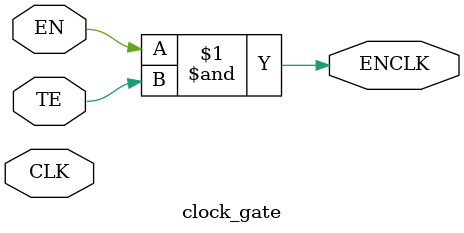
<source format=v>

module TLATNTSCAX2TS (
  input E,
  input SE,
  input CK,
  output ECK
);

  assign ECK = E & SE;

endmodule
module clock_gate (
  input CLK,
  input EN,
  input TE,
  output ENCLK
);
 
  assign ENCLK = EN & TE;

endmodule
</source>
